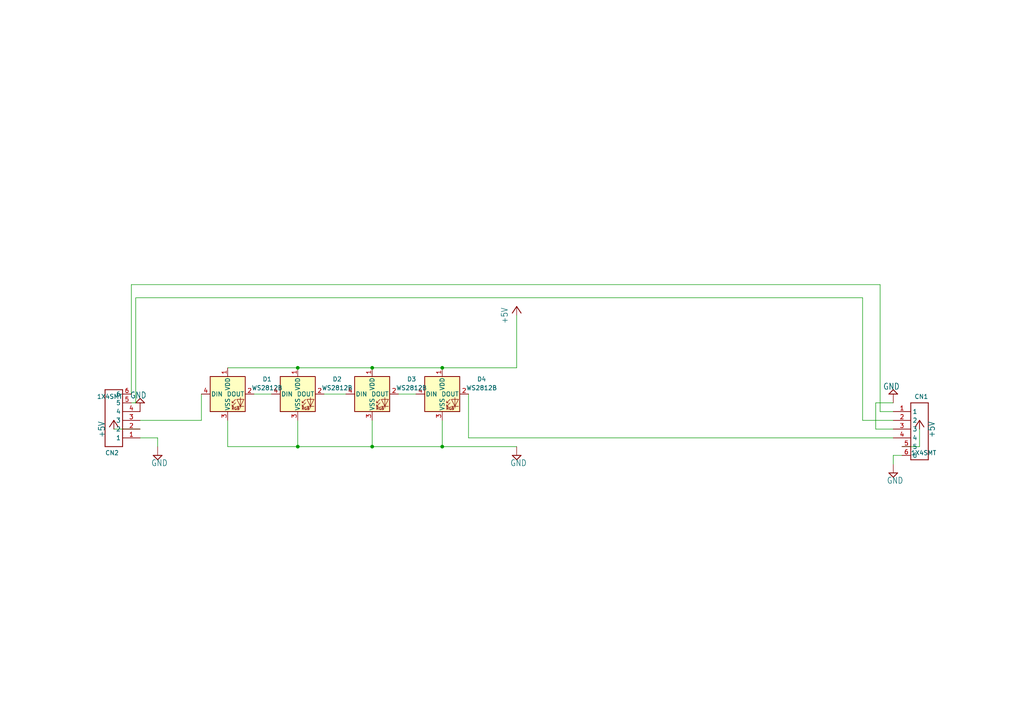
<source format=kicad_sch>
(kicad_sch (version 20211123) (generator eeschema)
  (paper "A4")
  (lib_symbols
    (symbol "1X4SMT_1"
      (property "Reference" "CN" (at 5.08 7.62 0))
      (property "Value" "1X4SMT_1" (at 0 -10.16 0))
      (symbol "1X4SMT_1_1_0"
        (polyline (pts (xy 0 -11.43) (xy 0 5.08)) (stroke (width 0.254)))
        (polyline (pts (xy 0 5.08) (xy 5.08 5.08)) (stroke (width 0.254)))
        (polyline (pts (xy 5.08 -11.43) (xy 0 -11.43)) (stroke (width 0.254)))
        (polyline (pts (xy 5.08 5.08) (xy 5.08 -11.43)) (stroke (width 0.254)))
        (pin bidirectional line (at -5.08 2.54 0) (length 5.08) (name "1") (number "1"))
        (pin bidirectional line (at -5.08 0 0) (length 5.08) (name "2") (number "2"))
        (pin bidirectional line (at -5.08 -2.54 0) (length 5.08) (name "3") (number "3"))
        (pin bidirectional line (at -5.08 -5.08 0) (length 5.08) (name "4") (number "4"))
      )
      (symbol "1X4SMT_1_1_1"
        (pin bidirectional line (at -2.54 -7.62 0) (length 2.54) (name "5") (number "5"))
        (pin bidirectional line (at -2.54 -10.16 0) (length 2.54) (name "6") (number "6"))
      )
    )
    (symbol "Adafruit NeoPixel 8 Stick-eagle-import:+5V" (power)
      (property "Value" "+5V" (at -2.54 -5.08 90))
      (symbol "+5V_1_0"
        (polyline (pts (xy 0 0) (xy -1.27 -1.905)) (stroke (width 0.254)))
        (polyline (pts (xy 1.27 -1.905) (xy 0 0)) (stroke (width 0.254)))
        (pin power_in line (at 0 -2.54 90) (length 2.54) (name "+5V") (number "1"))
      )
    )
    (symbol "Adafruit NeoPixel 8 Stick-eagle-import:1X4SMT"
      (property "Reference" "CN" (at 5.08 7.62 0))
      (property "Value" "1X4SMT" (at 0 -10.16 0))
      (symbol "1X4SMT_1_0"
        (polyline (pts (xy 0 -11.43) (xy 0 5.08)) (stroke (width 0.254)))
        (polyline (pts (xy 0 5.08) (xy 5.08 5.08)) (stroke (width 0.254)))
        (polyline (pts (xy 5.08 -11.43) (xy 0 -11.43)) (stroke (width 0.254)))
        (polyline (pts (xy 5.08 5.08) (xy 5.08 -11.43)) (stroke (width 0.254)))
        (pin bidirectional line (at -5.08 2.54 0) (length 5.08) (name "1") (number "1"))
        (pin bidirectional line (at -5.08 0 0) (length 5.08) (name "2") (number "2"))
        (pin bidirectional line (at -5.08 -2.54 0) (length 5.08) (name "3") (number "3"))
        (pin bidirectional line (at -5.08 -5.08 0) (length 5.08) (name "4") (number "4"))
      )
      (symbol "1X4SMT_1_1"
        (pin bidirectional line (at -2.54 -7.62 0) (length 2.54) (name "5") (number "5"))
        (pin bidirectional line (at -2.54 -10.16 0) (length 2.54) (name "6") (number "6"))
      )
    )
    (symbol "Adafruit NeoPixel 8 Stick-eagle-import:GND" (power)
      (property "Value" "GND" (at -1.905 -3.175 0))
      (symbol "GND_1_0"
        (polyline (pts (xy -1.27 0) (xy 1.27 0)) (stroke (width 0.254)))
        (polyline (pts (xy 0 -1.27) (xy -1.27 0)) (stroke (width 0.254)))
        (polyline (pts (xy 1.27 0) (xy 0 -1.27)) (stroke (width 0.254)))
        (pin power_in line (at 0 2.54 270) (length 2.54) (name "GND") (number "1"))
      )
    )
    (symbol "LED:WS2812B" (pin_names (offset 0.254))
      (property "Reference" "D" (at 5.08 5.715 0))
      (property "Value" "WS2812B" (at 1.27 -5.715 0))
      (symbol "WS2812B_0_0"
        (text "RGB" (at 2.286 -4.191 0) (effects (font (size 0.762 0.762))))
      )
      (symbol "WS2812B_0_1"
        (polyline (pts (xy 1.27 -3.556) (xy 1.778 -3.556)))
        (polyline (pts (xy 1.27 -2.54) (xy 1.778 -2.54)))
        (polyline (pts (xy 4.699 -3.556) (xy 2.667 -3.556)))
        (polyline (pts (xy 2.286 -2.54) (xy 1.27 -3.556) (xy 1.27 -3.048)))
        (polyline (pts (xy 2.286 -1.524) (xy 1.27 -2.54) (xy 1.27 -2.032)))
        (polyline (pts (xy 3.683 -1.016) (xy 3.683 -3.556) (xy 3.683 -4.064)))
        (polyline (pts (xy 4.699 -1.524) (xy 2.667 -1.524) (xy 3.683 -3.556) (xy 4.699 -1.524)))
        (rectangle (start 5.08 5.08) (end -5.08 -5.08) (stroke (width 0.254)) (fill (type background)))
      )
      (symbol "WS2812B_1_1"
        (pin power_in line (at 0 7.62 270) (length 2.54) (name "VDD") (number "1"))
        (pin output line (at 7.62 0 180) (length 2.54) (name "DOUT") (number "2"))
        (pin power_in line (at 0 -7.62 90) (length 2.54) (name "VSS") (number "3"))
        (pin input line (at -7.62 0 0) (length 2.54) (name "DIN") (number "4"))
      )
    )
  )
  (junction (at 128.27 129.54))
  (junction (at 128.27 106.68))
  (junction (at 107.95 129.54))
  (junction (at 86.36 129.54))
  (junction (at 86.36 106.68))
  (junction (at 107.95 106.68))
  (wire (pts (xy 135.89 127) (xy 135.89 114.3)))
  (wire (pts (xy 40.64 127) (xy 45.72 127)))
  (wire (pts (xy 45.72 127) (xy 45.72 129.54)))
  (wire (pts (xy 259.08 132.08) (xy 259.08 134.62)))
  (wire (pts (xy 38.1 116.84) (xy 39.37 116.84)))
  (wire (pts (xy 40.64 121.92) (xy 58.42 121.92)))
  (wire (pts (xy 254 116.84) (xy 259.08 116.84)))
  (wire (pts (xy 254 124.46) (xy 254 116.84)))
  (wire (pts (xy 73.66 114.3) (xy 78.74 114.3)))
  (wire (pts (xy 255.27 82.55) (xy 255.27 119.38)))
  (wire (pts (xy 66.04 106.68) (xy 86.36 106.68)))
  (wire (pts (xy 250.19 86.36) (xy 250.19 121.92)))
  (wire (pts (xy 128.27 106.68) (xy 149.86 106.68)))
  (wire (pts (xy 93.98 114.3) (xy 100.33 114.3)))
  (wire (pts (xy 66.04 121.92) (xy 66.04 129.54)))
  (wire (pts (xy 128.27 129.54) (xy 149.86 129.54)))
  (wire (pts (xy 38.1 82.55) (xy 255.27 82.55)))
  (wire (pts (xy 86.36 106.68) (xy 107.95 106.68)))
  (wire (pts (xy 86.36 129.54) (xy 107.95 129.54)))
  (wire (pts (xy 58.42 121.92) (xy 58.42 114.3)))
  (wire (pts (xy 107.95 121.92) (xy 107.95 129.54)))
  (wire (pts (xy 259.08 127) (xy 135.89 127)))
  (wire (pts (xy 39.37 86.36) (xy 250.19 86.36)))
  (wire (pts (xy 86.36 121.92) (xy 86.36 129.54)))
  (wire (pts (xy 66.04 129.54) (xy 86.36 129.54)))
  (wire (pts (xy 250.19 121.92) (xy 259.08 121.92)))
  (wire (pts (xy 33.02 124.46) (xy 40.64 124.46)))
  (wire (pts (xy 255.27 119.38) (xy 259.08 119.38)))
  (wire (pts (xy 107.95 129.54) (xy 128.27 129.54)))
  (wire (pts (xy 259.08 124.46) (xy 254 124.46)))
  (wire (pts (xy 39.37 116.84) (xy 39.37 86.36)))
  (wire (pts (xy 261.62 132.08) (xy 259.08 132.08)))
  (wire (pts (xy 261.62 129.54) (xy 266.7 129.54)))
  (wire (pts (xy 107.95 106.68) (xy 128.27 106.68)))
  (wire (pts (xy 128.27 121.92) (xy 128.27 129.54)))
  (wire (pts (xy 115.57 114.3) (xy 120.65 114.3)))
  (wire (pts (xy 38.1 114.3) (xy 38.1 82.55)))
  (wire (pts (xy 149.86 91.44) (xy 149.86 106.68)))
  (wire (pts (xy 266.7 129.54) (xy 266.7 124.46)))
  (symbol (lib_id "LED:WS2812B") (at 86.36 114.3 0) (unit 1)
    (property "Reference" "D2" (at 97.79 109.9693 0))
    (property "Value" "WS2812B" (at 97.79 112.5093 0))
    (property "Footprint" "LED_SMD:LED_WS2812B_PLCC4_5.0x5.0mm_P3.2mm" (effects hide))
    (property "Datasheet" "https://cdn-shop.adafruit.com/datasheets/WS2812B.pdf" (effects hide))
  )
  (symbol (lib_id "Adafruit NeoPixel 8 Stick-eagle-import:GND") (at 40.64 116.84 180) (unit 1)
    (property "Reference" "#SUPPLY02" (effects hide))
    (property "Value" "GND" (at 42.545 113.665 0) (effects (font (size 1.778 1.5113)) (justify left bottom)))
    (property "Footprint" "Adafruit NeoPixel 8 Stick:" (effects hide))
  )
  (symbol (lib_id "Adafruit NeoPixel 8 Stick-eagle-import:+5V") (at 33.02 121.92 0) (unit 1)
    (property "Reference" "#P+011" (effects hide))
    (property "Value" "+5V" (at 30.48 127 90) (effects (font (size 1.778 1.5113)) (justify left bottom)))
    (property "Footprint" "Adafruit NeoPixel 8 Stick:" (effects hide))
  )
  (symbol (lib_id "LED:WS2812B") (at 107.95 114.3 0) (unit 1)
    (property "Reference" "D3" (at 119.38 109.9693 0))
    (property "Value" "WS2812B" (at 119.38 112.5093 0))
    (property "Footprint" "LED_SMD:LED_WS2812B_PLCC4_5.0x5.0mm_P3.2mm" (effects hide))
    (property "Datasheet" "https://cdn-shop.adafruit.com/datasheets/WS2812B.pdf" (effects hide))
  )
  (symbol (lib_id "Adafruit NeoPixel 8 Stick-eagle-import:GND") (at 45.72 132.08 0) (unit 1)
    (property "Reference" "#SUPPLY07" (effects hide))
    (property "Value" "GND" (at 43.815 135.255 0) (effects (font (size 1.778 1.5113)) (justify left bottom)))
    (property "Footprint" "Adafruit NeoPixel 8 Stick:" (effects hide))
  )
  (symbol (lib_id "Adafruit NeoPixel 8 Stick-eagle-import:1X4SMT") (at 35.56 124.46 180) (unit 1)
    (property "Reference" "CN2" (at 30.48 132.08 0) (effects (justify right top)))
    (property "Value" "1X4SMT" (at 35.56 114.3 0) (effects (justify left bottom)))
    (property "Footprint" "Adafruit NeoPixel 8 Stick:1X4-SMT" (effects hide))
  )
  (symbol (lib_id "LED:WS2812B") (at 66.04 114.3 0) (unit 1)
    (property "Reference" "D1" (at 77.47 109.9693 0))
    (property "Value" "WS2812B" (at 77.47 112.5093 0))
    (property "Footprint" "LED_SMD:LED_WS2812B_PLCC4_5.0x5.0mm_P3.2mm" (effects hide))
    (property "Datasheet" "https://cdn-shop.adafruit.com/datasheets/WS2812B.pdf" (effects hide))
  )
  (symbol (lib_id "Adafruit NeoPixel 8 Stick-eagle-import:+5V") (at 149.86 88.9 0) (unit 1)
    (property "Reference" "#P+02" (effects hide))
    (property "Value" "+5V" (at 147.32 93.98 90) (effects (font (size 1.778 1.5113)) (justify left bottom)))
    (property "Footprint" "Adafruit NeoPixel 8 Stick:" (effects hide))
  )
  (symbol (lib_name "1X4SMT_1") (lib_id "Adafruit NeoPixel 8 Stick-eagle-import:1X4SMT") (at 264.16 121.92 0) (unit 1)
    (property "Reference" "CN1" (at 269.24 114.3 0) (effects (justify right top)))
    (property "Value" "1X4SMT" (at 264.16 132.08 0) (effects (justify left bottom)))
    (property "Footprint" "Adafruit NeoPixel 8 Stick:1X4-SMT" (effects hide))
  )
  (symbol (lib_id "Adafruit NeoPixel 8 Stick-eagle-import:+5V") (at 266.7 121.92 0) (mirror y) (unit 1)
    (property "Reference" "#P+01" (effects hide))
    (property "Value" "+5V" (at 269.24 127 90) (effects (font (size 1.778 1.5113)) (justify left bottom)))
    (property "Footprint" "Adafruit NeoPixel 8 Stick:" (effects hide))
  )
  (symbol (lib_id "Adafruit NeoPixel 8 Stick-eagle-import:GND") (at 149.86 132.08 0) (unit 1)
    (property "Reference" "#SUPPLY03" (effects hide))
    (property "Value" "GND" (at 147.955 135.255 0) (effects (font (size 1.778 1.5113)) (justify left bottom)))
    (property "Footprint" "Adafruit NeoPixel 8 Stick:" (effects hide))
  )
  (symbol (lib_id "Adafruit NeoPixel 8 Stick-eagle-import:GND") (at 259.08 137.16 0) (unit 1)
    (property "Reference" "#SUPPLY09" (effects hide))
    (property "Value" "GND" (at 257.175 140.335 0) (effects (font (size 1.778 1.5113)) (justify left bottom)))
    (property "Footprint" "Adafruit NeoPixel 8 Stick:" (effects hide))
  )
  (symbol (lib_id "Adafruit NeoPixel 8 Stick-eagle-import:GND") (at 259.08 114.3 180) (unit 1)
    (property "Reference" "#SUPPLY01" (effects hide))
    (property "Value" "GND" (at 260.985 111.125 0) (effects (font (size 1.778 1.5113)) (justify left bottom)))
    (property "Footprint" "Adafruit NeoPixel 8 Stick:" (effects hide))
  )
  (symbol (lib_id "LED:WS2812B") (at 128.27 114.3 0) (unit 1)
    (property "Reference" "D4" (at 139.7 109.9693 0))
    (property "Value" "WS2812B" (at 139.7 112.5093 0))
    (property "Footprint" "LED_SMD:LED_WS2812B_PLCC4_5.0x5.0mm_P3.2mm" (effects hide))
    (property "Datasheet" "https://cdn-shop.adafruit.com/datasheets/WS2812B.pdf" (effects hide))
  )
)
</source>
